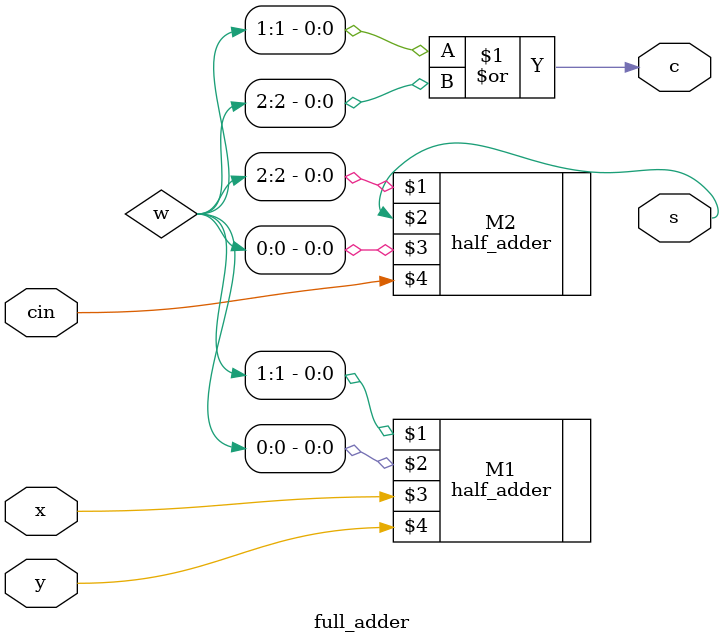
<source format=v>
`timescale 1ns / 1ps


module full_adder(c,s,x,y,cin);
output c,s;
input x,y,cin;
wire [2:0]w;
half_adder M1(w[1],w[0],x,y);
half_adder M2(w[2],s,w[0],cin);
or G1(c,w[1],w[2]);
endmodule

</source>
